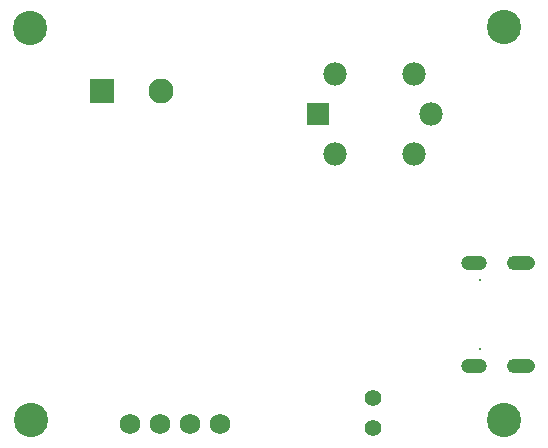
<source format=gbs>
G04*
G04 #@! TF.GenerationSoftware,Altium Limited,CircuitMaker,2.3.0 (3)*
G04*
G04 Layer_Color=8150272*
%FSLAX25Y25*%
%MOIN*%
G70*
G04*
G04 #@! TF.SameCoordinates,D9861004-D678-4A7D-ADCB-9CC0BAE6BC75*
G04*
G04*
G04 #@! TF.FilePolarity,Negative*
G04*
G01*
G75*
%ADD78C,0.07737*%
%ADD79R,0.07737X0.07737*%
%ADD80C,0.08300*%
%ADD81R,0.08300X0.08300*%
%ADD82C,0.05600*%
%ADD83C,0.06800*%
%ADD84C,0.00800*%
G04:AMPARAMS|DCode=85|XSize=47.37mil|YSize=94.61mil|CornerRadius=23.68mil|HoleSize=0mil|Usage=FLASHONLY|Rotation=90.000|XOffset=0mil|YOffset=0mil|HoleType=Round|Shape=RoundedRectangle|*
%AMROUNDEDRECTD85*
21,1,0.04737,0.04724,0,0,90.0*
21,1,0.00000,0.09461,0,0,90.0*
1,1,0.04737,0.02362,0.00000*
1,1,0.04737,0.02362,0.00000*
1,1,0.04737,-0.02362,0.00000*
1,1,0.04737,-0.02362,0.00000*
%
%ADD85ROUNDEDRECTD85*%
G04:AMPARAMS|DCode=86|XSize=47.37mil|YSize=86.74mil|CornerRadius=23.68mil|HoleSize=0mil|Usage=FLASHONLY|Rotation=90.000|XOffset=0mil|YOffset=0mil|HoleType=Round|Shape=RoundedRectangle|*
%AMROUNDEDRECTD86*
21,1,0.04737,0.03937,0,0,90.0*
21,1,0.00000,0.08674,0,0,90.0*
1,1,0.04737,0.01968,0.00000*
1,1,0.04737,0.01968,0.00000*
1,1,0.04737,-0.01968,0.00000*
1,1,0.04737,-0.01968,0.00000*
%
%ADD86ROUNDEDRECTD86*%
%ADD87C,0.11430*%
D78*
X438583Y410630D02*
D03*
Y437077D02*
D03*
X444060Y423853D02*
D03*
X412136Y437077D02*
D03*
Y410630D02*
D03*
D79*
X406658Y423853D02*
D03*
D80*
X354331Y431496D02*
D03*
D81*
X334646D02*
D03*
D82*
X424902Y329134D02*
D03*
Y319134D02*
D03*
D83*
X373878Y320472D02*
D03*
X363878D02*
D03*
X353878D02*
D03*
X343878D02*
D03*
D84*
X460532Y345571D02*
D03*
Y368406D02*
D03*
D85*
X474311Y374016D02*
D03*
Y339961D02*
D03*
D86*
X458563D02*
D03*
Y374016D02*
D03*
D87*
X468504Y452756D02*
D03*
X310630Y452362D02*
D03*
X310925Y321752D02*
D03*
X468504D02*
D03*
M02*

</source>
